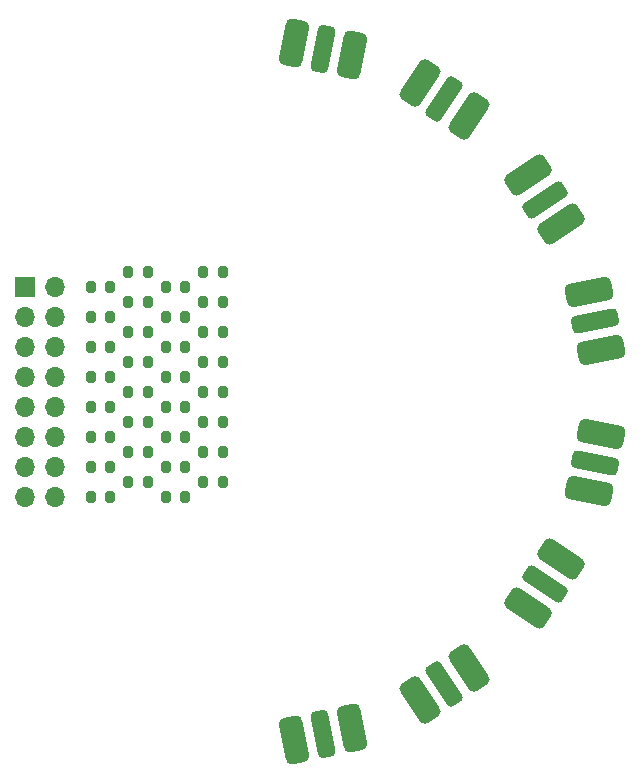
<source format=gbr>
%TF.GenerationSoftware,KiCad,Pcbnew,8.0.3*%
%TF.CreationDate,2024-07-20T13:21:27-05:00*%
%TF.ProjectId,tla_probe_sma_breakout,746c615f-7072-46f6-9265-5f736d615f62,rev?*%
%TF.SameCoordinates,Original*%
%TF.FileFunction,Soldermask,Top*%
%TF.FilePolarity,Negative*%
%FSLAX46Y46*%
G04 Gerber Fmt 4.6, Leading zero omitted, Abs format (unit mm)*
G04 Created by KiCad (PCBNEW 8.0.3) date 2024-07-20 13:21:27*
%MOMM*%
%LPD*%
G01*
G04 APERTURE LIST*
G04 Aperture macros list*
%AMRoundRect*
0 Rectangle with rounded corners*
0 $1 Rounding radius*
0 $2 $3 $4 $5 $6 $7 $8 $9 X,Y pos of 4 corners*
0 Add a 4 corners polygon primitive as box body*
4,1,4,$2,$3,$4,$5,$6,$7,$8,$9,$2,$3,0*
0 Add four circle primitives for the rounded corners*
1,1,$1+$1,$2,$3*
1,1,$1+$1,$4,$5*
1,1,$1+$1,$6,$7*
1,1,$1+$1,$8,$9*
0 Add four rect primitives between the rounded corners*
20,1,$1+$1,$2,$3,$4,$5,0*
20,1,$1+$1,$4,$5,$6,$7,0*
20,1,$1+$1,$6,$7,$8,$9,0*
20,1,$1+$1,$8,$9,$2,$3,0*%
G04 Aperture macros list end*
%ADD10RoundRect,0.200000X-0.200000X-0.275000X0.200000X-0.275000X0.200000X0.275000X-0.200000X0.275000X0*%
%ADD11RoundRect,0.375000X-0.684816X1.520617X-0.050773X-1.666935X0.684816X-1.520617X0.050773X1.666935X0*%
%ADD12RoundRect,0.500000X-0.783028X1.373633X-0.197757X-1.568723X0.783028X-1.373633X0.197757X1.568723X0*%
%ADD13RoundRect,0.375000X-1.214603X1.142799X0.591001X-1.559477X1.214603X-1.142799X-0.591001X1.559477X0*%
%ADD14RoundRect,0.500000X-1.249090X0.969419X0.417621X-1.524990X1.249090X-0.969419X-0.417621X1.524990X0*%
%ADD15RoundRect,0.375000X-1.559477X0.591001X1.142799X-1.214603X1.559477X-0.591001X-1.142799X1.214603X0*%
%ADD16RoundRect,0.500000X-1.524990X0.417621X0.969419X-1.249090X1.524990X-0.417621X-0.969419X1.249090X0*%
%ADD17RoundRect,0.375000X-1.666935X-0.050773X1.520617X-0.684816X1.666935X0.050773X-1.520617X0.684816X0*%
%ADD18RoundRect,0.500000X-1.568723X-0.197757X1.373633X-0.783028X1.568723X0.197757X-1.373633X0.783028X0*%
%ADD19RoundRect,0.375000X-1.520617X-0.684816X1.666935X-0.050773X1.520617X0.684816X-1.666935X0.050773X0*%
%ADD20RoundRect,0.500000X-1.373633X-0.783028X1.568723X-0.197757X1.373633X0.783028X-1.568723X0.197757X0*%
%ADD21RoundRect,0.500000X-0.969419X-1.249090X1.524990X0.417621X0.969419X1.249090X-1.524990X-0.417621X0*%
%ADD22RoundRect,0.375000X-1.142799X-1.214603X1.559477X0.591001X1.142799X1.214603X-1.559477X-0.591001X0*%
%ADD23RoundRect,0.500000X-0.417621X-1.524990X1.249090X0.969419X0.417621X1.524990X-1.249090X-0.969419X0*%
%ADD24RoundRect,0.375000X-0.591001X-1.559477X1.214603X1.142799X0.591001X1.559477X-1.214603X-1.142799X0*%
%ADD25RoundRect,0.500000X0.197757X-1.568723X0.783028X1.373633X-0.197757X1.568723X-0.783028X-1.373633X0*%
%ADD26RoundRect,0.375000X0.050773X-1.666935X0.684816X1.520617X-0.050773X1.666935X-0.684816X-1.520617X0*%
%ADD27R,1.700000X1.700000*%
%ADD28O,1.700000X1.700000*%
G04 APERTURE END LIST*
D10*
%TO.C,R32*%
X126810000Y-73660000D03*
X128460000Y-73660000D03*
%TD*%
%TO.C,R31*%
X126810000Y-71120000D03*
X128460000Y-71120000D03*
%TD*%
%TO.C,R30*%
X126810000Y-68580000D03*
X128460000Y-68580000D03*
%TD*%
%TO.C,R29*%
X126810000Y-66040000D03*
X128460000Y-66040000D03*
%TD*%
%TO.C,R28*%
X126810000Y-63500000D03*
X128460000Y-63500000D03*
%TD*%
%TO.C,R27*%
X126810000Y-60960000D03*
X128460000Y-60960000D03*
%TD*%
%TO.C,R26*%
X126810000Y-58420000D03*
X128460000Y-58420000D03*
%TD*%
%TO.C,R25*%
X126810000Y-55880000D03*
X128460000Y-55880000D03*
%TD*%
%TO.C,R16*%
X120460000Y-73660000D03*
X122110000Y-73660000D03*
%TD*%
%TO.C,R15*%
X120460000Y-71120000D03*
X122110000Y-71120000D03*
%TD*%
%TO.C,R14*%
X120460000Y-68580000D03*
X122110000Y-68580000D03*
%TD*%
%TO.C,R13*%
X120460000Y-66040000D03*
X122110000Y-66040000D03*
%TD*%
%TO.C,R12*%
X120460000Y-63500000D03*
X122110000Y-63500000D03*
%TD*%
%TO.C,R11*%
X120460000Y-60960000D03*
X122110000Y-60960000D03*
%TD*%
%TO.C,R10*%
X120460000Y-58420000D03*
X122110000Y-58420000D03*
%TD*%
%TO.C,R24*%
X125285000Y-74930000D03*
X123635000Y-74930000D03*
%TD*%
%TO.C,R23*%
X125285000Y-72390000D03*
X123635000Y-72390000D03*
%TD*%
%TO.C,R22*%
X125285000Y-69850000D03*
X123635000Y-69850000D03*
%TD*%
%TO.C,R21*%
X125285000Y-67310000D03*
X123635000Y-67310000D03*
%TD*%
%TO.C,R20*%
X125285000Y-64770000D03*
X123635000Y-64770000D03*
%TD*%
%TO.C,R19*%
X125285000Y-62230000D03*
X123635000Y-62230000D03*
%TD*%
%TO.C,R18*%
X125285000Y-59690000D03*
X123635000Y-59690000D03*
%TD*%
%TO.C,R8*%
X118935000Y-74930000D03*
X117285000Y-74930000D03*
%TD*%
%TO.C,R7*%
X118935000Y-72390000D03*
X117285000Y-72390000D03*
%TD*%
%TO.C,R6*%
X118935000Y-69850000D03*
X117285000Y-69850000D03*
%TD*%
%TO.C,R5*%
X118935000Y-67310000D03*
X117285000Y-67310000D03*
%TD*%
%TO.C,R4*%
X118935000Y-64770000D03*
X117285000Y-64770000D03*
%TD*%
%TO.C,R3*%
X118935000Y-62230000D03*
X117285000Y-62230000D03*
%TD*%
%TO.C,R2*%
X118935000Y-59690000D03*
X117285000Y-59690000D03*
%TD*%
%TO.C,R9*%
X122110000Y-55880000D03*
X120460000Y-55880000D03*
%TD*%
%TO.C,R17*%
X125285000Y-57150000D03*
X123635000Y-57150000D03*
%TD*%
%TO.C,R1*%
X118935000Y-57150000D03*
X117285000Y-57150000D03*
%TD*%
D11*
%TO.C,J3*%
X137000000Y-95000000D03*
D12*
X139451963Y-94512274D03*
X134548037Y-95487726D03*
%TD*%
D13*
%TO.C,J5*%
X147250000Y-90750000D03*
D14*
X149328674Y-89361074D03*
X145171326Y-92138926D03*
%TD*%
D15*
%TO.C,J7*%
X155750000Y-82250000D03*
D16*
X157138926Y-80171326D03*
X154361074Y-84328674D03*
%TD*%
D17*
%TO.C,J9*%
X160000000Y-72000000D03*
D18*
X160487726Y-69548037D03*
X159512274Y-74451963D03*
%TD*%
D19*
%TO.C,J8*%
X160000000Y-60000000D03*
D20*
X159512274Y-57548037D03*
X160487726Y-62451963D03*
%TD*%
D21*
%TO.C,J6*%
X157138926Y-51828674D03*
X154361074Y-47671326D03*
D22*
X155750000Y-49750000D03*
%TD*%
D23*
%TO.C,J4*%
X149328674Y-42638926D03*
X145171326Y-39861074D03*
D24*
X147250000Y-41250000D03*
%TD*%
D25*
%TO.C,J2*%
X139451963Y-37487726D03*
X134548037Y-36512274D03*
D26*
X137000000Y-37000000D03*
%TD*%
D27*
%TO.C,J1*%
X111760000Y-57150000D03*
D28*
X114300000Y-57150000D03*
X111760000Y-59690000D03*
X114300000Y-59690000D03*
X111760000Y-62230000D03*
X114300000Y-62230000D03*
X111760000Y-64770000D03*
X114300000Y-64770000D03*
X111760000Y-67310000D03*
X114300000Y-67310000D03*
X111760000Y-69850000D03*
X114300000Y-69850000D03*
X111760000Y-72390000D03*
X114300000Y-72390000D03*
X111760000Y-74930000D03*
X114300000Y-74930000D03*
%TD*%
M02*

</source>
